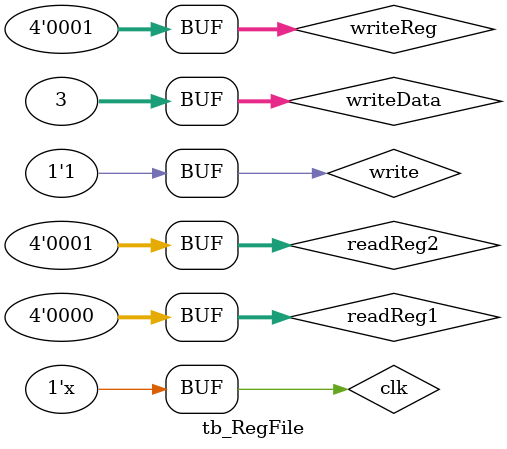
<source format=v>
`timescale 1ns / 1ps


module tb_RegFile();

    reg clk;
    reg [3:0] readReg1;
    reg [3:0] readReg2;
    reg [3:0] writeReg;
    reg [31:0] writeData;
    reg write;
    wire [31:0] readData1;
    wire [31:0] readData2;

    regfile myReg(
    clk,
    readReg1,
    readReg2,
    writeReg,
    writeData,
    write,
    readData1,
    readData2
    );
    
    //clk = 0;
    always begin
        //clk = 0;
        #10 clk = ~clk;
    end
    
    initial begin
        clk = 1;
        
            readReg1 = 4'd0; readReg2 = 4'd1; write = 0; writeReg = 4'd0; writeData = 32'd1;
        #20 readReg1 = 4'd0; readReg2 = 4'd1; write = 1; writeReg = 4'd0; writeData = 32'd1; 
        #20 readReg1 = 4'd0; readReg2 = 4'd1; write = 0; writeReg = 4'd1; writeData = 32'd2;
        #20 readReg1 = 4'd0; readReg2 = 4'd1; write = 1; writeReg = 4'd0; writeData = 32'd3;
        #20 readReg1 = 4'd0; readReg2 = 4'd1;
        #20 readReg1 = 4'd0; readReg2 = 4'd1; write = 1; writeReg = 4'd1; writeData = 32'd3;
         
        
    end
    
endmodule

</source>
